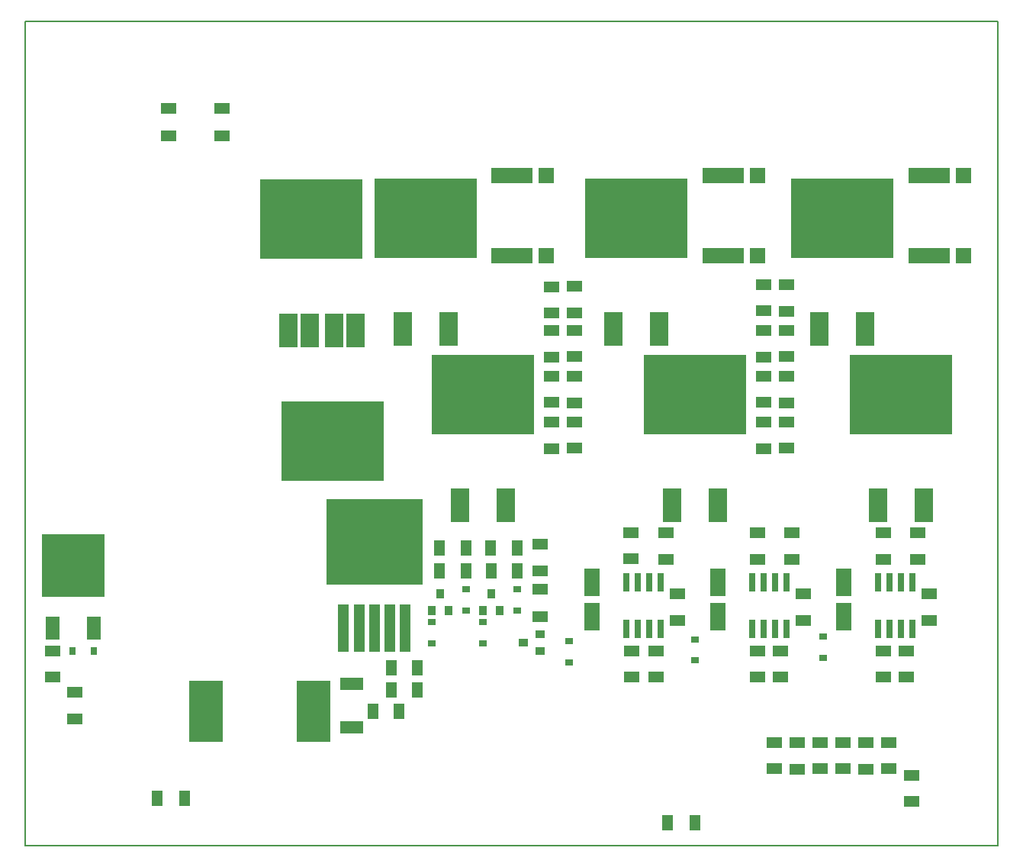
<source format=gbr>
G04 PROTEUS GERBER X2 FILE*
%TF.GenerationSoftware,Labcenter,Proteus,8.7-SP3-Build25561*%
%TF.CreationDate,2021-07-11T19:21:44+00:00*%
%TF.FileFunction,Paste,Top*%
%TF.FilePolarity,Positive*%
%TF.Part,Single*%
%TF.SameCoordinates,{e2a5a0b5-523e-413d-a229-b9dd8a4e077c}*%
%FSLAX45Y45*%
%MOMM*%
G01*
%TA.AperFunction,Material*%
%ADD96R,4.572000X1.651000*%
%ADD97R,1.651000X1.651000*%
%TA.AperFunction,Material*%
%ADD98R,6.985000X6.985000*%
%ADD99R,1.524000X2.540000*%
%TA.AperFunction,Material*%
%ADD100R,0.635000X0.889000*%
%ADD101R,1.803400X1.143000*%
%TA.AperFunction,Material*%
%ADD102R,1.143000X5.207000*%
%ADD103R,10.744200X9.550400*%
%TA.AperFunction,Material*%
%ADD104R,3.810000X6.858000*%
%ADD105R,2.540000X1.473200*%
%ADD106R,1.143000X1.803400*%
%TA.AperFunction,Material*%
%ADD107R,0.635000X2.032000*%
%TA.AperFunction,Material*%
%ADD108R,1.651000X3.048000*%
%ADD109R,0.889000X0.635000*%
%TA.AperFunction,Material*%
%ADD110R,0.889000X1.016000*%
%ADD111R,1.016000X0.889000*%
%ADD112R,11.430000X8.890000*%
%ADD113R,2.032000X3.810000*%
%TA.AperFunction,Profile*%
%ADD39C,0.203200*%
%TD.AperFunction*%
D96*
X+6667500Y+1016000D03*
X+6667500Y+127000D03*
D97*
X+7048500Y+127000D03*
X+7048500Y+1016000D03*
D96*
X+8953500Y+1016000D03*
X+8953500Y+127000D03*
D97*
X+9334500Y+127000D03*
X+9334500Y+1016000D03*
D96*
X+4318000Y+1016000D03*
X+4318000Y+127000D03*
D97*
X+4699000Y+127000D03*
X+4699000Y+1016000D03*
D98*
X-546100Y-3309620D03*
D99*
X-774700Y-4000500D03*
X-317500Y-4000500D03*
D100*
X-552450Y-4254500D03*
X-317500Y-4254500D03*
D101*
X-774700Y-4544500D03*
X-774700Y-4254500D03*
D102*
X+2453640Y-4000500D03*
X+2623820Y-4000500D03*
X+2794000Y-4000500D03*
X+2964180Y-4000500D03*
X+3134360Y-4000500D03*
D103*
X+2794000Y-3048000D03*
D104*
X+2120900Y-4927600D03*
X+927100Y-4927600D03*
D105*
X+2540000Y-5102800D03*
X+2540000Y-4622800D03*
D101*
X-527800Y-4711700D03*
X-527800Y-5011700D03*
D106*
X+3274500Y-4445000D03*
X+2984500Y-4445000D03*
D101*
X+508000Y+1760500D03*
X+508000Y+1460500D03*
X+1104900Y+1760500D03*
X+1104900Y+1460500D03*
X+6032500Y-2948500D03*
X+6032500Y-3238500D03*
X+5638800Y-2946400D03*
X+5638800Y-3236400D03*
D107*
X+5588000Y-4013200D03*
X+5715000Y-4013200D03*
X+5842000Y-4013200D03*
X+5969000Y-4013200D03*
X+5969000Y-3492500D03*
X+5842000Y-3492500D03*
X+5715000Y-3492500D03*
X+5588000Y-3492500D03*
X+6985000Y-4013200D03*
X+7112000Y-4013200D03*
X+7239000Y-4013200D03*
X+7366000Y-4013200D03*
X+7366000Y-3492500D03*
X+7239000Y-3492500D03*
X+7112000Y-3492500D03*
X+6985000Y-3492500D03*
X+8382000Y-4013200D03*
X+8509000Y-4013200D03*
X+8636000Y-4013200D03*
X+8763000Y-4013200D03*
X+8763000Y-3492500D03*
X+8636000Y-3492500D03*
X+8509000Y-3492500D03*
X+8382000Y-3492500D03*
D101*
X+7048500Y-2948500D03*
X+7048500Y-3238500D03*
D108*
X+5207000Y-3492500D03*
X+5207000Y-3873500D03*
X+6604000Y-3492500D03*
X+6604000Y-3873500D03*
X+8001000Y-3492500D03*
X+8001000Y-3873500D03*
D109*
X+4953000Y-4381500D03*
X+4953000Y-4146550D03*
X+6350000Y-4362450D03*
X+6350000Y-4127500D03*
X+7778750Y-4330700D03*
X+7778750Y-4095750D03*
D101*
X+6159500Y-3619500D03*
X+6159500Y-3919500D03*
X+7556500Y-3619500D03*
X+7556500Y-3919500D03*
X+8953500Y-3619500D03*
X+8953500Y-3919500D03*
X+7429500Y-2948500D03*
X+7429500Y-3238500D03*
X+8445500Y-2948500D03*
X+8445500Y-3238500D03*
X+8826500Y-2948500D03*
X+8826500Y-3238500D03*
X+5651500Y-4544500D03*
X+5651500Y-4254500D03*
X+5923000Y-4544500D03*
X+5923000Y-4254500D03*
X+7048500Y-4544500D03*
X+7048500Y-4254500D03*
X+5016500Y-698500D03*
X+5016500Y-988500D03*
X+4762500Y-218000D03*
X+4762500Y-508000D03*
X+5016500Y-1714500D03*
X+5016500Y-2004500D03*
X+4762500Y-1206500D03*
X+4762500Y-1496500D03*
X+5016500Y-208000D03*
X+5016500Y-508000D03*
X+4762500Y-698500D03*
X+4762500Y-998500D03*
X+5016500Y-1206500D03*
X+5016500Y-1506500D03*
X+4762500Y-1714500D03*
X+4762500Y-2014500D03*
X+7366000Y-190500D03*
X+7366000Y-490500D03*
X+7112000Y-698500D03*
X+7112000Y-998500D03*
X+7366000Y-1206500D03*
X+7366000Y-1506500D03*
X+7112000Y-1714500D03*
X+7112000Y-2014500D03*
X+7366000Y-698500D03*
X+7366000Y-988500D03*
X+7112000Y-190500D03*
X+7112000Y-480500D03*
X+7366000Y-1714500D03*
X+7366000Y-2004500D03*
X+7112000Y-1206500D03*
X+7112000Y-1496500D03*
D110*
X+3522980Y-3619500D03*
X+3429000Y-3810000D03*
X+3616960Y-3810000D03*
X+4094480Y-3619500D03*
X+4000500Y-3810000D03*
X+4188460Y-3810000D03*
D111*
X+4445000Y-4160520D03*
X+4635500Y-4254500D03*
X+4635500Y-4066540D03*
D109*
X+3810000Y-3575050D03*
X+3810000Y-3810000D03*
X+3429000Y-3937000D03*
X+3429000Y-4171950D03*
X+4381500Y-3575050D03*
X+4381500Y-3810000D03*
X+4000500Y-3937000D03*
X+4000500Y-4171950D03*
D106*
X+3520000Y-3365500D03*
X+3810000Y-3365500D03*
X+3520000Y-3111500D03*
X+3810000Y-3111500D03*
X+4381500Y-3365500D03*
X+4091500Y-3365500D03*
D101*
X+4635500Y-3075500D03*
X+4635500Y-3365500D03*
X+4635500Y-3873500D03*
X+4635500Y-3573500D03*
D106*
X+4381500Y-3111500D03*
X+4081500Y-3111500D03*
D101*
X+8699500Y-4544500D03*
X+8699500Y-4254500D03*
D106*
X+6350000Y-6159500D03*
X+6050000Y-6159500D03*
D101*
X+8245500Y-5570500D03*
X+8245500Y-5270500D03*
X+7483500Y-5570499D03*
X+7483500Y-5270500D03*
X+7302500Y-4544500D03*
X+7302500Y-4254500D03*
X+8445500Y-4544500D03*
X+8445500Y-4254500D03*
X+8753500Y-5635301D03*
X+8753500Y-5925301D03*
X+7991500Y-5270500D03*
X+7991500Y-5560500D03*
X+7737500Y-5270500D03*
X+7737500Y-5560500D03*
X+8499500Y-5270500D03*
X+8499500Y-5560500D03*
X+7229500Y-5270500D03*
X+7229500Y-5560500D03*
D112*
X+2332465Y-1930400D03*
D113*
X+2586465Y-698500D03*
X+2078465Y-698500D03*
D112*
X+2095500Y+533400D03*
D113*
X+1841500Y-698500D03*
X+2349500Y-698500D03*
D112*
X+3365500Y+546100D03*
D113*
X+3111500Y-685800D03*
X+3619500Y-685800D03*
D112*
X+4000500Y-1409700D03*
D113*
X+3746500Y-2641600D03*
X+4254500Y-2641600D03*
D112*
X+5702300Y+546100D03*
D113*
X+5448300Y-685800D03*
X+5956300Y-685800D03*
D112*
X+6350000Y-1409700D03*
D113*
X+6096000Y-2641600D03*
X+6604000Y-2641600D03*
D112*
X+7988300Y+546100D03*
D113*
X+7734300Y-685800D03*
X+8242300Y-685800D03*
D112*
X+8636000Y-1409700D03*
D113*
X+8382000Y-2641600D03*
X+8890000Y-2641600D03*
D106*
X+3274500Y-4686300D03*
X+2984500Y-4686300D03*
X+2781300Y-4927600D03*
X+3071300Y-4927600D03*
X+385800Y-5892800D03*
X+685800Y-5892800D03*
D39*
X-1079500Y-6413500D02*
X+9715500Y-6413500D01*
X+9715500Y+2730500D01*
X-1079500Y+2730500D01*
X-1079500Y-6413500D01*
M02*

</source>
